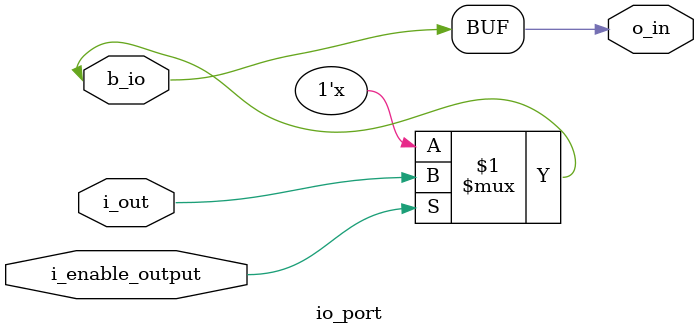
<source format=v>

module io_port(
    input       i_enable_output,
    input       i_out,
    output      o_in,
    inout       b_io
);
    assign  o_in = b_io;
    assign  b_io = i_enable_output ? i_out : 1'bz;
endmodule

</source>
